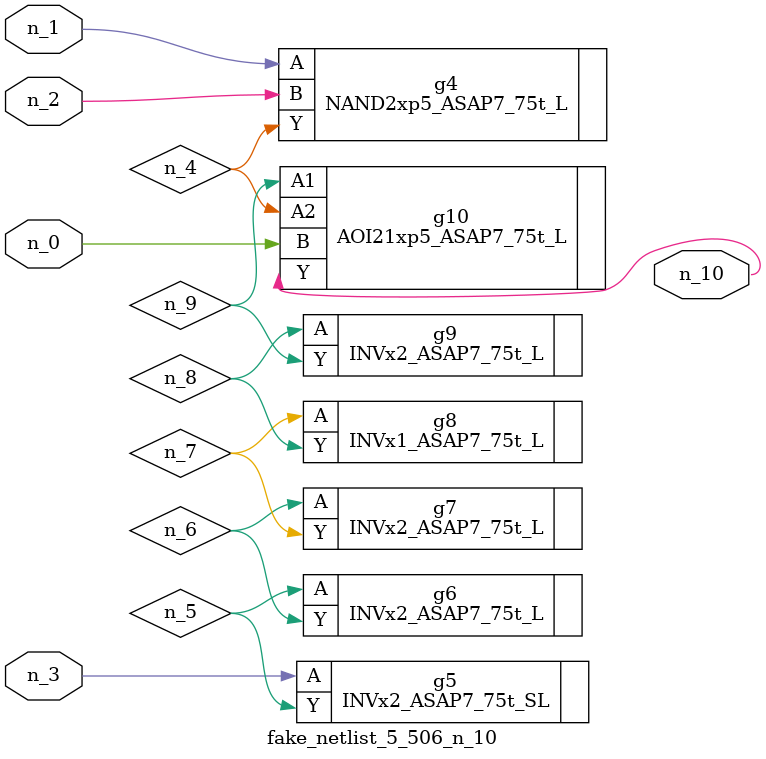
<source format=v>
module fake_netlist_5_506_n_10 (n_1, n_2, n_3, n_0, n_10);

input n_1;
input n_2;
input n_3;
input n_0;

output n_10;

wire n_8;
wire n_5;
wire n_4;
wire n_7;
wire n_9;
wire n_6;

NAND2xp5_ASAP7_75t_L g4 ( 
.A(n_1),
.B(n_2),
.Y(n_4)
);

INVx2_ASAP7_75t_SL g5 ( 
.A(n_3),
.Y(n_5)
);

INVx2_ASAP7_75t_L g6 ( 
.A(n_5),
.Y(n_6)
);

INVx2_ASAP7_75t_L g7 ( 
.A(n_6),
.Y(n_7)
);

INVx1_ASAP7_75t_L g8 ( 
.A(n_7),
.Y(n_8)
);

INVx2_ASAP7_75t_L g9 ( 
.A(n_8),
.Y(n_9)
);

AOI21xp5_ASAP7_75t_L g10 ( 
.A1(n_9),
.A2(n_4),
.B(n_0),
.Y(n_10)
);


endmodule
</source>
